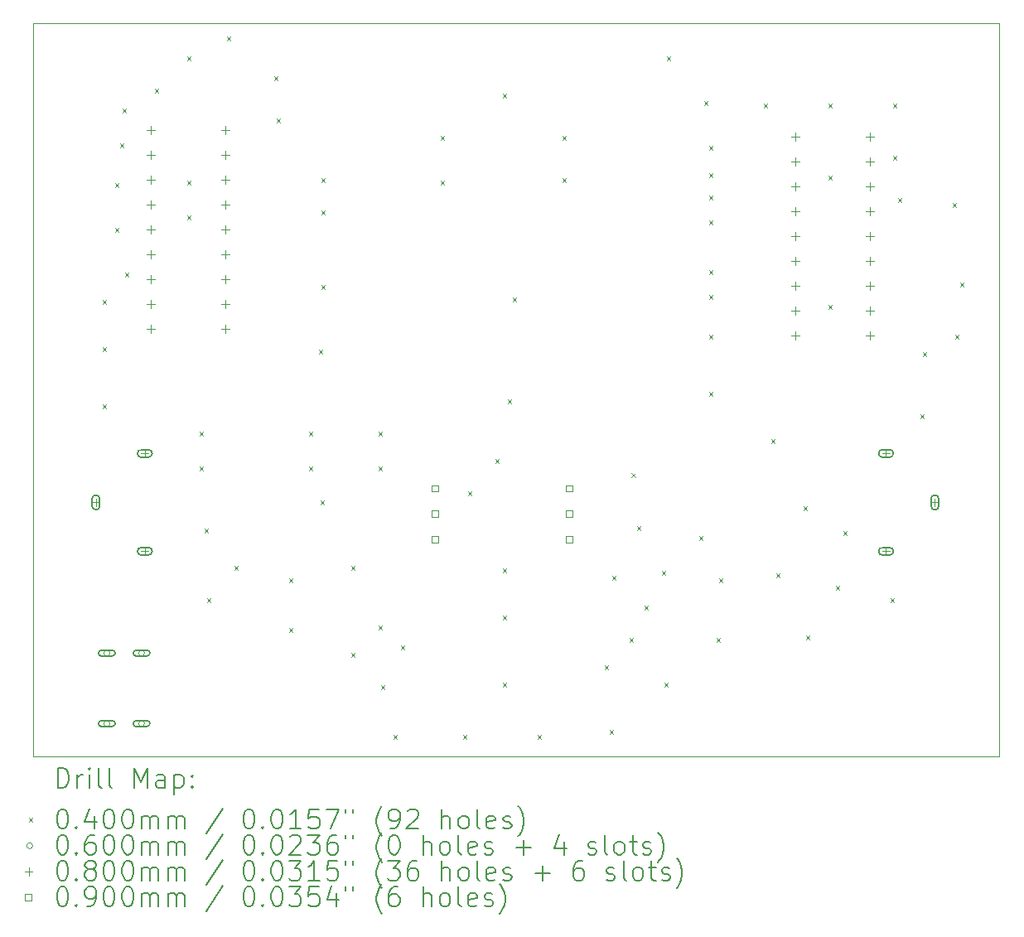
<source format=gbr>
%TF.GenerationSoftware,KiCad,Pcbnew,(6.0.7)*%
%TF.CreationDate,2022-07-31T23:49:35-04:00*%
%TF.ProjectId,VUmeter,56556d65-7465-4722-9e6b-696361645f70,rev?*%
%TF.SameCoordinates,Original*%
%TF.FileFunction,Drillmap*%
%TF.FilePolarity,Positive*%
%FSLAX45Y45*%
G04 Gerber Fmt 4.5, Leading zero omitted, Abs format (unit mm)*
G04 Created by KiCad (PCBNEW (6.0.7)) date 2022-07-31 23:49:35*
%MOMM*%
%LPD*%
G01*
G04 APERTURE LIST*
%ADD10C,0.100000*%
%ADD11C,0.200000*%
%ADD12C,0.040000*%
%ADD13C,0.060000*%
%ADD14C,0.080000*%
%ADD15C,0.090000*%
G04 APERTURE END LIST*
D10*
X22656700Y-15800000D02*
X12783700Y-15800000D01*
X12783700Y-15800000D02*
X12783700Y-8300000D01*
X12783700Y-8300000D02*
X22656700Y-8300000D01*
X22656700Y-8300000D02*
X22656700Y-15800000D01*
D11*
D12*
X13492800Y-11130600D02*
X13532800Y-11170600D01*
X13532800Y-11130600D02*
X13492800Y-11170600D01*
X13492800Y-11613200D02*
X13532800Y-11653200D01*
X13532800Y-11613200D02*
X13492800Y-11653200D01*
X13492800Y-12197400D02*
X13532800Y-12237400D01*
X13532800Y-12197400D02*
X13492800Y-12237400D01*
X13619800Y-9936800D02*
X13659800Y-9976800D01*
X13659800Y-9936800D02*
X13619800Y-9976800D01*
X13619800Y-10394000D02*
X13659800Y-10434000D01*
X13659800Y-10394000D02*
X13619800Y-10434000D01*
X13670600Y-9530400D02*
X13710600Y-9570400D01*
X13710600Y-9530400D02*
X13670600Y-9570400D01*
X13696000Y-9174800D02*
X13736000Y-9214800D01*
X13736000Y-9174800D02*
X13696000Y-9214800D01*
X13721400Y-10851200D02*
X13761400Y-10891200D01*
X13761400Y-10851200D02*
X13721400Y-10891200D01*
X14026200Y-8971600D02*
X14066200Y-9011600D01*
X14066200Y-8971600D02*
X14026200Y-9011600D01*
X14356400Y-8641400D02*
X14396400Y-8681400D01*
X14396400Y-8641400D02*
X14356400Y-8681400D01*
X14356400Y-9911400D02*
X14396400Y-9951400D01*
X14396400Y-9911400D02*
X14356400Y-9951400D01*
X14356400Y-10267000D02*
X14396400Y-10307000D01*
X14396400Y-10267000D02*
X14356400Y-10307000D01*
X14483400Y-12476800D02*
X14523400Y-12516800D01*
X14523400Y-12476800D02*
X14483400Y-12516800D01*
X14483400Y-12832400D02*
X14523400Y-12872400D01*
X14523400Y-12832400D02*
X14483400Y-12872400D01*
X14534200Y-13467400D02*
X14574200Y-13507400D01*
X14574200Y-13467400D02*
X14534200Y-13507400D01*
X14559600Y-14178600D02*
X14599600Y-14218600D01*
X14599600Y-14178600D02*
X14559600Y-14218600D01*
X14762800Y-8438200D02*
X14802800Y-8478200D01*
X14802800Y-8438200D02*
X14762800Y-8478200D01*
X14839000Y-13848400D02*
X14879000Y-13888400D01*
X14879000Y-13848400D02*
X14839000Y-13888400D01*
X15245400Y-8844600D02*
X15285400Y-8884600D01*
X15285400Y-8844600D02*
X15245400Y-8884600D01*
X15270800Y-9276400D02*
X15310800Y-9316400D01*
X15310800Y-9276400D02*
X15270800Y-9316400D01*
X15397800Y-13975400D02*
X15437800Y-14015400D01*
X15437800Y-13975400D02*
X15397800Y-14015400D01*
X15397800Y-14483400D02*
X15437800Y-14523400D01*
X15437800Y-14483400D02*
X15397800Y-14523400D01*
X15601000Y-12476800D02*
X15641000Y-12516800D01*
X15641000Y-12476800D02*
X15601000Y-12516800D01*
X15601000Y-12832400D02*
X15641000Y-12872400D01*
X15641000Y-12832400D02*
X15601000Y-12872400D01*
X15702600Y-11638600D02*
X15742600Y-11678600D01*
X15742600Y-11638600D02*
X15702600Y-11678600D01*
X15719580Y-13181210D02*
X15759580Y-13221210D01*
X15759580Y-13181210D02*
X15719580Y-13221210D01*
X15728000Y-9886000D02*
X15768000Y-9926000D01*
X15768000Y-9886000D02*
X15728000Y-9926000D01*
X15728000Y-10216200D02*
X15768000Y-10256200D01*
X15768000Y-10216200D02*
X15728000Y-10256200D01*
X15728000Y-10978200D02*
X15768000Y-11018200D01*
X15768000Y-10978200D02*
X15728000Y-11018200D01*
X16032800Y-13848400D02*
X16072800Y-13888400D01*
X16072800Y-13848400D02*
X16032800Y-13888400D01*
X16032800Y-14737400D02*
X16072800Y-14777400D01*
X16072800Y-14737400D02*
X16032800Y-14777400D01*
X16312200Y-12476800D02*
X16352200Y-12516800D01*
X16352200Y-12476800D02*
X16312200Y-12516800D01*
X16312200Y-12832400D02*
X16352200Y-12872400D01*
X16352200Y-12832400D02*
X16312200Y-12872400D01*
X16312200Y-14458000D02*
X16352200Y-14498000D01*
X16352200Y-14458000D02*
X16312200Y-14498000D01*
X16337600Y-15067600D02*
X16377600Y-15107600D01*
X16377600Y-15067600D02*
X16337600Y-15107600D01*
X16464600Y-15575600D02*
X16504600Y-15615600D01*
X16504600Y-15575600D02*
X16464600Y-15615600D01*
X16540800Y-14661200D02*
X16580800Y-14701200D01*
X16580800Y-14661200D02*
X16540800Y-14701200D01*
X16947200Y-9454200D02*
X16987200Y-9494200D01*
X16987200Y-9454200D02*
X16947200Y-9494200D01*
X16947200Y-9911400D02*
X16987200Y-9951400D01*
X16987200Y-9911400D02*
X16947200Y-9951400D01*
X17175800Y-15575600D02*
X17215800Y-15615600D01*
X17215800Y-15575600D02*
X17175800Y-15615600D01*
X17226600Y-13086400D02*
X17266600Y-13126400D01*
X17266600Y-13086400D02*
X17226600Y-13126400D01*
X17506000Y-12756200D02*
X17546000Y-12796200D01*
X17546000Y-12756200D02*
X17506000Y-12796200D01*
X17582200Y-9022400D02*
X17622200Y-9062400D01*
X17622200Y-9022400D02*
X17582200Y-9062400D01*
X17582200Y-13873800D02*
X17622200Y-13913800D01*
X17622200Y-13873800D02*
X17582200Y-13913800D01*
X17582200Y-14356400D02*
X17622200Y-14396400D01*
X17622200Y-14356400D02*
X17582200Y-14396400D01*
X17582200Y-15042200D02*
X17622200Y-15082200D01*
X17622200Y-15042200D02*
X17582200Y-15082200D01*
X17633000Y-12146600D02*
X17673000Y-12186600D01*
X17673000Y-12146600D02*
X17633000Y-12186600D01*
X17683800Y-11105200D02*
X17723800Y-11145200D01*
X17723800Y-11105200D02*
X17683800Y-11145200D01*
X17937800Y-15575600D02*
X17977800Y-15615600D01*
X17977800Y-15575600D02*
X17937800Y-15615600D01*
X18191800Y-9454200D02*
X18231800Y-9494200D01*
X18231800Y-9454200D02*
X18191800Y-9494200D01*
X18191800Y-9886000D02*
X18231800Y-9926000D01*
X18231800Y-9886000D02*
X18191800Y-9926000D01*
X18623600Y-14864400D02*
X18663600Y-14904400D01*
X18663600Y-14864400D02*
X18623600Y-14904400D01*
X18674400Y-15524800D02*
X18714400Y-15564800D01*
X18714400Y-15524800D02*
X18674400Y-15564800D01*
X18699800Y-13950000D02*
X18739800Y-13990000D01*
X18739800Y-13950000D02*
X18699800Y-13990000D01*
X18877600Y-14585000D02*
X18917600Y-14625000D01*
X18917600Y-14585000D02*
X18877600Y-14625000D01*
X18896300Y-12901900D02*
X18936300Y-12941900D01*
X18936300Y-12901900D02*
X18896300Y-12941900D01*
X18953800Y-13442000D02*
X18993800Y-13482000D01*
X18993800Y-13442000D02*
X18953800Y-13482000D01*
X19030000Y-14254800D02*
X19070000Y-14294800D01*
X19070000Y-14254800D02*
X19030000Y-14294800D01*
X19207800Y-13899200D02*
X19247800Y-13939200D01*
X19247800Y-13899200D02*
X19207800Y-13939200D01*
X19233200Y-15042200D02*
X19273200Y-15082200D01*
X19273200Y-15042200D02*
X19233200Y-15082200D01*
X19258600Y-8641400D02*
X19298600Y-8681400D01*
X19298600Y-8641400D02*
X19258600Y-8681400D01*
X19588800Y-13543600D02*
X19628800Y-13583600D01*
X19628800Y-13543600D02*
X19588800Y-13583600D01*
X19639600Y-9098600D02*
X19679600Y-9138600D01*
X19679600Y-9098600D02*
X19639600Y-9138600D01*
X19690400Y-9555800D02*
X19730400Y-9595800D01*
X19730400Y-9555800D02*
X19690400Y-9595800D01*
X19690400Y-9835200D02*
X19730400Y-9875200D01*
X19730400Y-9835200D02*
X19690400Y-9875200D01*
X19690400Y-10063800D02*
X19730400Y-10103800D01*
X19730400Y-10063800D02*
X19690400Y-10103800D01*
X19690400Y-10317800D02*
X19730400Y-10357800D01*
X19730400Y-10317800D02*
X19690400Y-10357800D01*
X19690400Y-10825800D02*
X19730400Y-10865800D01*
X19730400Y-10825800D02*
X19690400Y-10865800D01*
X19690400Y-11079800D02*
X19730400Y-11119800D01*
X19730400Y-11079800D02*
X19690400Y-11119800D01*
X19690400Y-11486200D02*
X19730400Y-11526200D01*
X19730400Y-11486200D02*
X19690400Y-11526200D01*
X19690400Y-12070400D02*
X19730400Y-12110400D01*
X19730400Y-12070400D02*
X19690400Y-12110400D01*
X19766600Y-14585000D02*
X19806600Y-14625000D01*
X19806600Y-14585000D02*
X19766600Y-14625000D01*
X19792000Y-13975400D02*
X19832000Y-14015400D01*
X19832000Y-13975400D02*
X19792000Y-14015400D01*
X20249200Y-9124000D02*
X20289200Y-9164000D01*
X20289200Y-9124000D02*
X20249200Y-9164000D01*
X20325400Y-12553000D02*
X20365400Y-12593000D01*
X20365400Y-12553000D02*
X20325400Y-12593000D01*
X20376200Y-13924600D02*
X20416200Y-13964600D01*
X20416200Y-13924600D02*
X20376200Y-13964600D01*
X20655600Y-13238800D02*
X20695600Y-13278800D01*
X20695600Y-13238800D02*
X20655600Y-13278800D01*
X20681000Y-14559600D02*
X20721000Y-14599600D01*
X20721000Y-14559600D02*
X20681000Y-14599600D01*
X20909600Y-9124000D02*
X20949600Y-9164000D01*
X20949600Y-9124000D02*
X20909600Y-9164000D01*
X20909600Y-9860600D02*
X20949600Y-9900600D01*
X20949600Y-9860600D02*
X20909600Y-9900600D01*
X20909600Y-11181400D02*
X20949600Y-11221400D01*
X20949600Y-11181400D02*
X20909600Y-11221400D01*
X20985800Y-14051600D02*
X21025800Y-14091600D01*
X21025800Y-14051600D02*
X20985800Y-14091600D01*
X21062000Y-13492800D02*
X21102000Y-13532800D01*
X21102000Y-13492800D02*
X21062000Y-13532800D01*
X21544600Y-14178600D02*
X21584600Y-14218600D01*
X21584600Y-14178600D02*
X21544600Y-14218600D01*
X21570000Y-9124000D02*
X21610000Y-9164000D01*
X21610000Y-9124000D02*
X21570000Y-9164000D01*
X21570000Y-9657400D02*
X21610000Y-9697400D01*
X21610000Y-9657400D02*
X21570000Y-9697400D01*
X21620800Y-10089200D02*
X21660800Y-10129200D01*
X21660800Y-10089200D02*
X21620800Y-10129200D01*
X21849400Y-12299000D02*
X21889400Y-12339000D01*
X21889400Y-12299000D02*
X21849400Y-12339000D01*
X21874800Y-11664000D02*
X21914800Y-11704000D01*
X21914800Y-11664000D02*
X21874800Y-11704000D01*
X22179600Y-10140000D02*
X22219600Y-10180000D01*
X22219600Y-10140000D02*
X22179600Y-10180000D01*
X22205000Y-11486200D02*
X22245000Y-11526200D01*
X22245000Y-11486200D02*
X22205000Y-11526200D01*
X22255800Y-10952800D02*
X22295800Y-10992800D01*
X22295800Y-10952800D02*
X22255800Y-10992800D01*
D13*
X13567500Y-14740000D02*
G75*
G03*
X13567500Y-14740000I-30000J0D01*
G01*
D11*
X13482500Y-14770000D02*
X13592500Y-14770000D01*
X13482500Y-14710000D02*
X13592500Y-14710000D01*
X13592500Y-14770000D02*
G75*
G03*
X13592500Y-14710000I0J30000D01*
G01*
X13482500Y-14710000D02*
G75*
G03*
X13482500Y-14770000I0J-30000D01*
G01*
D13*
X13567500Y-15460000D02*
G75*
G03*
X13567500Y-15460000I-30000J0D01*
G01*
D11*
X13482500Y-15490000D02*
X13592500Y-15490000D01*
X13482500Y-15430000D02*
X13592500Y-15430000D01*
X13592500Y-15490000D02*
G75*
G03*
X13592500Y-15430000I0J30000D01*
G01*
X13482500Y-15430000D02*
G75*
G03*
X13482500Y-15490000I0J-30000D01*
G01*
D13*
X13922500Y-14740000D02*
G75*
G03*
X13922500Y-14740000I-30000J0D01*
G01*
D11*
X13837500Y-14770000D02*
X13947500Y-14770000D01*
X13837500Y-14710000D02*
X13947500Y-14710000D01*
X13947500Y-14770000D02*
G75*
G03*
X13947500Y-14710000I0J30000D01*
G01*
X13837500Y-14710000D02*
G75*
G03*
X13837500Y-14770000I0J-30000D01*
G01*
D13*
X13922500Y-15460000D02*
G75*
G03*
X13922500Y-15460000I-30000J0D01*
G01*
D11*
X13837500Y-15490000D02*
X13947500Y-15490000D01*
X13837500Y-15430000D02*
X13947500Y-15430000D01*
X13947500Y-15490000D02*
G75*
G03*
X13947500Y-15430000I0J30000D01*
G01*
X13837500Y-15430000D02*
G75*
G03*
X13837500Y-15490000I0J-30000D01*
G01*
D14*
X13425000Y-13160000D02*
X13425000Y-13240000D01*
X13385000Y-13200000D02*
X13465000Y-13200000D01*
D11*
X13385000Y-13165000D02*
X13385000Y-13235000D01*
X13465000Y-13165000D02*
X13465000Y-13235000D01*
X13385000Y-13235000D02*
G75*
G03*
X13465000Y-13235000I40000J0D01*
G01*
X13465000Y-13165000D02*
G75*
G03*
X13385000Y-13165000I-40000J0D01*
G01*
D14*
X13925000Y-12660000D02*
X13925000Y-12740000D01*
X13885000Y-12700000D02*
X13965000Y-12700000D01*
D11*
X13890000Y-12740000D02*
X13960000Y-12740000D01*
X13890000Y-12660000D02*
X13960000Y-12660000D01*
X13960000Y-12740000D02*
G75*
G03*
X13960000Y-12660000I0J40000D01*
G01*
X13890000Y-12660000D02*
G75*
G03*
X13890000Y-12740000I0J-40000D01*
G01*
D14*
X13925000Y-13660000D02*
X13925000Y-13740000D01*
X13885000Y-13700000D02*
X13965000Y-13700000D01*
D11*
X13890000Y-13740000D02*
X13960000Y-13740000D01*
X13890000Y-13660000D02*
X13960000Y-13660000D01*
X13960000Y-13740000D02*
G75*
G03*
X13960000Y-13660000I0J40000D01*
G01*
X13890000Y-13660000D02*
G75*
G03*
X13890000Y-13740000I0J-40000D01*
G01*
D14*
X13985340Y-9357000D02*
X13985340Y-9437000D01*
X13945340Y-9397000D02*
X14025340Y-9397000D01*
X13985340Y-9611000D02*
X13985340Y-9691000D01*
X13945340Y-9651000D02*
X14025340Y-9651000D01*
X13985340Y-9865000D02*
X13985340Y-9945000D01*
X13945340Y-9905000D02*
X14025340Y-9905000D01*
X13985340Y-10119000D02*
X13985340Y-10199000D01*
X13945340Y-10159000D02*
X14025340Y-10159000D01*
X13985340Y-10373000D02*
X13985340Y-10453000D01*
X13945340Y-10413000D02*
X14025340Y-10413000D01*
X13985340Y-10627000D02*
X13985340Y-10707000D01*
X13945340Y-10667000D02*
X14025340Y-10667000D01*
X13985340Y-10881000D02*
X13985340Y-10961000D01*
X13945340Y-10921000D02*
X14025340Y-10921000D01*
X13985340Y-11135000D02*
X13985340Y-11215000D01*
X13945340Y-11175000D02*
X14025340Y-11175000D01*
X13985340Y-11389000D02*
X13985340Y-11469000D01*
X13945340Y-11429000D02*
X14025340Y-11429000D01*
X14747340Y-9357000D02*
X14747340Y-9437000D01*
X14707340Y-9397000D02*
X14787340Y-9397000D01*
X14747340Y-9611000D02*
X14747340Y-9691000D01*
X14707340Y-9651000D02*
X14787340Y-9651000D01*
X14747340Y-9865000D02*
X14747340Y-9945000D01*
X14707340Y-9905000D02*
X14787340Y-9905000D01*
X14747340Y-10119000D02*
X14747340Y-10199000D01*
X14707340Y-10159000D02*
X14787340Y-10159000D01*
X14747340Y-10373000D02*
X14747340Y-10453000D01*
X14707340Y-10413000D02*
X14787340Y-10413000D01*
X14747340Y-10627000D02*
X14747340Y-10707000D01*
X14707340Y-10667000D02*
X14787340Y-10667000D01*
X14747340Y-10881000D02*
X14747340Y-10961000D01*
X14707340Y-10921000D02*
X14787340Y-10921000D01*
X14747340Y-11135000D02*
X14747340Y-11215000D01*
X14707340Y-11175000D02*
X14787340Y-11175000D01*
X14747340Y-11389000D02*
X14747340Y-11469000D01*
X14707340Y-11429000D02*
X14787340Y-11429000D01*
X20572160Y-9423400D02*
X20572160Y-9503400D01*
X20532160Y-9463400D02*
X20612160Y-9463400D01*
X20572160Y-9677400D02*
X20572160Y-9757400D01*
X20532160Y-9717400D02*
X20612160Y-9717400D01*
X20572160Y-9931400D02*
X20572160Y-10011400D01*
X20532160Y-9971400D02*
X20612160Y-9971400D01*
X20572160Y-10185400D02*
X20572160Y-10265400D01*
X20532160Y-10225400D02*
X20612160Y-10225400D01*
X20572160Y-10439400D02*
X20572160Y-10519400D01*
X20532160Y-10479400D02*
X20612160Y-10479400D01*
X20572160Y-10693400D02*
X20572160Y-10773400D01*
X20532160Y-10733400D02*
X20612160Y-10733400D01*
X20572160Y-10947400D02*
X20572160Y-11027400D01*
X20532160Y-10987400D02*
X20612160Y-10987400D01*
X20572160Y-11201400D02*
X20572160Y-11281400D01*
X20532160Y-11241400D02*
X20612160Y-11241400D01*
X20572160Y-11455400D02*
X20572160Y-11535400D01*
X20532160Y-11495400D02*
X20612160Y-11495400D01*
X21334160Y-9423400D02*
X21334160Y-9503400D01*
X21294160Y-9463400D02*
X21374160Y-9463400D01*
X21334160Y-9677400D02*
X21334160Y-9757400D01*
X21294160Y-9717400D02*
X21374160Y-9717400D01*
X21334160Y-9931400D02*
X21334160Y-10011400D01*
X21294160Y-9971400D02*
X21374160Y-9971400D01*
X21334160Y-10185400D02*
X21334160Y-10265400D01*
X21294160Y-10225400D02*
X21374160Y-10225400D01*
X21334160Y-10439400D02*
X21334160Y-10519400D01*
X21294160Y-10479400D02*
X21374160Y-10479400D01*
X21334160Y-10693400D02*
X21334160Y-10773400D01*
X21294160Y-10733400D02*
X21374160Y-10733400D01*
X21334160Y-10947400D02*
X21334160Y-11027400D01*
X21294160Y-10987400D02*
X21374160Y-10987400D01*
X21334160Y-11201400D02*
X21334160Y-11281400D01*
X21294160Y-11241400D02*
X21374160Y-11241400D01*
X21334160Y-11455400D02*
X21334160Y-11535400D01*
X21294160Y-11495400D02*
X21374160Y-11495400D01*
X21500000Y-12660000D02*
X21500000Y-12740000D01*
X21460000Y-12700000D02*
X21540000Y-12700000D01*
D11*
X21535000Y-12660000D02*
X21465000Y-12660000D01*
X21535000Y-12740000D02*
X21465000Y-12740000D01*
X21465000Y-12660000D02*
G75*
G03*
X21465000Y-12740000I0J-40000D01*
G01*
X21535000Y-12740000D02*
G75*
G03*
X21535000Y-12660000I0J40000D01*
G01*
D14*
X21500000Y-13660000D02*
X21500000Y-13740000D01*
X21460000Y-13700000D02*
X21540000Y-13700000D01*
D11*
X21535000Y-13660000D02*
X21465000Y-13660000D01*
X21535000Y-13740000D02*
X21465000Y-13740000D01*
X21465000Y-13660000D02*
G75*
G03*
X21465000Y-13740000I0J-40000D01*
G01*
X21535000Y-13740000D02*
G75*
G03*
X21535000Y-13660000I0J40000D01*
G01*
D14*
X22000000Y-13160000D02*
X22000000Y-13240000D01*
X21960000Y-13200000D02*
X22040000Y-13200000D01*
D11*
X22040000Y-13235000D02*
X22040000Y-13165000D01*
X21960000Y-13235000D02*
X21960000Y-13165000D01*
X22040000Y-13165000D02*
G75*
G03*
X21960000Y-13165000I-40000J0D01*
G01*
X21960000Y-13235000D02*
G75*
G03*
X22040000Y-13235000I40000J0D01*
G01*
D15*
X16922820Y-13087420D02*
X16922820Y-13023780D01*
X16859180Y-13023780D01*
X16859180Y-13087420D01*
X16922820Y-13087420D01*
X16922820Y-13347420D02*
X16922820Y-13283780D01*
X16859180Y-13283780D01*
X16859180Y-13347420D01*
X16922820Y-13347420D01*
X16922820Y-13607420D02*
X16922820Y-13543780D01*
X16859180Y-13543780D01*
X16859180Y-13607420D01*
X16922820Y-13607420D01*
X18294420Y-13087420D02*
X18294420Y-13023780D01*
X18230780Y-13023780D01*
X18230780Y-13087420D01*
X18294420Y-13087420D01*
X18294420Y-13347420D02*
X18294420Y-13283780D01*
X18230780Y-13283780D01*
X18230780Y-13347420D01*
X18294420Y-13347420D01*
X18294420Y-13607420D02*
X18294420Y-13543780D01*
X18230780Y-13543780D01*
X18230780Y-13607420D01*
X18294420Y-13607420D01*
D11*
X13036319Y-16115476D02*
X13036319Y-15915476D01*
X13083938Y-15915476D01*
X13112509Y-15925000D01*
X13131557Y-15944048D01*
X13141081Y-15963095D01*
X13150605Y-16001190D01*
X13150605Y-16029762D01*
X13141081Y-16067857D01*
X13131557Y-16086905D01*
X13112509Y-16105952D01*
X13083938Y-16115476D01*
X13036319Y-16115476D01*
X13236319Y-16115476D02*
X13236319Y-15982143D01*
X13236319Y-16020238D02*
X13245843Y-16001190D01*
X13255367Y-15991667D01*
X13274414Y-15982143D01*
X13293462Y-15982143D01*
X13360128Y-16115476D02*
X13360128Y-15982143D01*
X13360128Y-15915476D02*
X13350605Y-15925000D01*
X13360128Y-15934524D01*
X13369652Y-15925000D01*
X13360128Y-15915476D01*
X13360128Y-15934524D01*
X13483938Y-16115476D02*
X13464890Y-16105952D01*
X13455367Y-16086905D01*
X13455367Y-15915476D01*
X13588700Y-16115476D02*
X13569652Y-16105952D01*
X13560128Y-16086905D01*
X13560128Y-15915476D01*
X13817271Y-16115476D02*
X13817271Y-15915476D01*
X13883938Y-16058333D01*
X13950605Y-15915476D01*
X13950605Y-16115476D01*
X14131557Y-16115476D02*
X14131557Y-16010714D01*
X14122033Y-15991667D01*
X14102986Y-15982143D01*
X14064890Y-15982143D01*
X14045843Y-15991667D01*
X14131557Y-16105952D02*
X14112509Y-16115476D01*
X14064890Y-16115476D01*
X14045843Y-16105952D01*
X14036319Y-16086905D01*
X14036319Y-16067857D01*
X14045843Y-16048809D01*
X14064890Y-16039286D01*
X14112509Y-16039286D01*
X14131557Y-16029762D01*
X14226795Y-15982143D02*
X14226795Y-16182143D01*
X14226795Y-15991667D02*
X14245843Y-15982143D01*
X14283938Y-15982143D01*
X14302986Y-15991667D01*
X14312509Y-16001190D01*
X14322033Y-16020238D01*
X14322033Y-16077381D01*
X14312509Y-16096428D01*
X14302986Y-16105952D01*
X14283938Y-16115476D01*
X14245843Y-16115476D01*
X14226795Y-16105952D01*
X14407748Y-16096428D02*
X14417271Y-16105952D01*
X14407748Y-16115476D01*
X14398224Y-16105952D01*
X14407748Y-16096428D01*
X14407748Y-16115476D01*
X14407748Y-15991667D02*
X14417271Y-16001190D01*
X14407748Y-16010714D01*
X14398224Y-16001190D01*
X14407748Y-15991667D01*
X14407748Y-16010714D01*
D12*
X12738700Y-16425000D02*
X12778700Y-16465000D01*
X12778700Y-16425000D02*
X12738700Y-16465000D01*
D11*
X13074414Y-16335476D02*
X13093462Y-16335476D01*
X13112509Y-16345000D01*
X13122033Y-16354524D01*
X13131557Y-16373571D01*
X13141081Y-16411667D01*
X13141081Y-16459286D01*
X13131557Y-16497381D01*
X13122033Y-16516428D01*
X13112509Y-16525952D01*
X13093462Y-16535476D01*
X13074414Y-16535476D01*
X13055367Y-16525952D01*
X13045843Y-16516428D01*
X13036319Y-16497381D01*
X13026795Y-16459286D01*
X13026795Y-16411667D01*
X13036319Y-16373571D01*
X13045843Y-16354524D01*
X13055367Y-16345000D01*
X13074414Y-16335476D01*
X13226795Y-16516428D02*
X13236319Y-16525952D01*
X13226795Y-16535476D01*
X13217271Y-16525952D01*
X13226795Y-16516428D01*
X13226795Y-16535476D01*
X13407748Y-16402143D02*
X13407748Y-16535476D01*
X13360128Y-16325952D02*
X13312509Y-16468809D01*
X13436319Y-16468809D01*
X13550605Y-16335476D02*
X13569652Y-16335476D01*
X13588700Y-16345000D01*
X13598224Y-16354524D01*
X13607748Y-16373571D01*
X13617271Y-16411667D01*
X13617271Y-16459286D01*
X13607748Y-16497381D01*
X13598224Y-16516428D01*
X13588700Y-16525952D01*
X13569652Y-16535476D01*
X13550605Y-16535476D01*
X13531557Y-16525952D01*
X13522033Y-16516428D01*
X13512509Y-16497381D01*
X13502986Y-16459286D01*
X13502986Y-16411667D01*
X13512509Y-16373571D01*
X13522033Y-16354524D01*
X13531557Y-16345000D01*
X13550605Y-16335476D01*
X13741081Y-16335476D02*
X13760128Y-16335476D01*
X13779176Y-16345000D01*
X13788700Y-16354524D01*
X13798224Y-16373571D01*
X13807748Y-16411667D01*
X13807748Y-16459286D01*
X13798224Y-16497381D01*
X13788700Y-16516428D01*
X13779176Y-16525952D01*
X13760128Y-16535476D01*
X13741081Y-16535476D01*
X13722033Y-16525952D01*
X13712509Y-16516428D01*
X13702986Y-16497381D01*
X13693462Y-16459286D01*
X13693462Y-16411667D01*
X13702986Y-16373571D01*
X13712509Y-16354524D01*
X13722033Y-16345000D01*
X13741081Y-16335476D01*
X13893462Y-16535476D02*
X13893462Y-16402143D01*
X13893462Y-16421190D02*
X13902986Y-16411667D01*
X13922033Y-16402143D01*
X13950605Y-16402143D01*
X13969652Y-16411667D01*
X13979176Y-16430714D01*
X13979176Y-16535476D01*
X13979176Y-16430714D02*
X13988700Y-16411667D01*
X14007748Y-16402143D01*
X14036319Y-16402143D01*
X14055367Y-16411667D01*
X14064890Y-16430714D01*
X14064890Y-16535476D01*
X14160128Y-16535476D02*
X14160128Y-16402143D01*
X14160128Y-16421190D02*
X14169652Y-16411667D01*
X14188700Y-16402143D01*
X14217271Y-16402143D01*
X14236319Y-16411667D01*
X14245843Y-16430714D01*
X14245843Y-16535476D01*
X14245843Y-16430714D02*
X14255367Y-16411667D01*
X14274414Y-16402143D01*
X14302986Y-16402143D01*
X14322033Y-16411667D01*
X14331557Y-16430714D01*
X14331557Y-16535476D01*
X14722033Y-16325952D02*
X14550605Y-16583095D01*
X14979176Y-16335476D02*
X14998224Y-16335476D01*
X15017271Y-16345000D01*
X15026795Y-16354524D01*
X15036319Y-16373571D01*
X15045843Y-16411667D01*
X15045843Y-16459286D01*
X15036319Y-16497381D01*
X15026795Y-16516428D01*
X15017271Y-16525952D01*
X14998224Y-16535476D01*
X14979176Y-16535476D01*
X14960128Y-16525952D01*
X14950605Y-16516428D01*
X14941081Y-16497381D01*
X14931557Y-16459286D01*
X14931557Y-16411667D01*
X14941081Y-16373571D01*
X14950605Y-16354524D01*
X14960128Y-16345000D01*
X14979176Y-16335476D01*
X15131557Y-16516428D02*
X15141081Y-16525952D01*
X15131557Y-16535476D01*
X15122033Y-16525952D01*
X15131557Y-16516428D01*
X15131557Y-16535476D01*
X15264890Y-16335476D02*
X15283938Y-16335476D01*
X15302986Y-16345000D01*
X15312509Y-16354524D01*
X15322033Y-16373571D01*
X15331557Y-16411667D01*
X15331557Y-16459286D01*
X15322033Y-16497381D01*
X15312509Y-16516428D01*
X15302986Y-16525952D01*
X15283938Y-16535476D01*
X15264890Y-16535476D01*
X15245843Y-16525952D01*
X15236319Y-16516428D01*
X15226795Y-16497381D01*
X15217271Y-16459286D01*
X15217271Y-16411667D01*
X15226795Y-16373571D01*
X15236319Y-16354524D01*
X15245843Y-16345000D01*
X15264890Y-16335476D01*
X15522033Y-16535476D02*
X15407748Y-16535476D01*
X15464890Y-16535476D02*
X15464890Y-16335476D01*
X15445843Y-16364048D01*
X15426795Y-16383095D01*
X15407748Y-16392619D01*
X15702986Y-16335476D02*
X15607748Y-16335476D01*
X15598224Y-16430714D01*
X15607748Y-16421190D01*
X15626795Y-16411667D01*
X15674414Y-16411667D01*
X15693462Y-16421190D01*
X15702986Y-16430714D01*
X15712509Y-16449762D01*
X15712509Y-16497381D01*
X15702986Y-16516428D01*
X15693462Y-16525952D01*
X15674414Y-16535476D01*
X15626795Y-16535476D01*
X15607748Y-16525952D01*
X15598224Y-16516428D01*
X15779176Y-16335476D02*
X15912509Y-16335476D01*
X15826795Y-16535476D01*
X15979176Y-16335476D02*
X15979176Y-16373571D01*
X16055367Y-16335476D02*
X16055367Y-16373571D01*
X16350605Y-16611667D02*
X16341081Y-16602143D01*
X16322033Y-16573571D01*
X16312509Y-16554524D01*
X16302986Y-16525952D01*
X16293462Y-16478333D01*
X16293462Y-16440238D01*
X16302986Y-16392619D01*
X16312509Y-16364048D01*
X16322033Y-16345000D01*
X16341081Y-16316428D01*
X16350605Y-16306905D01*
X16436319Y-16535476D02*
X16474414Y-16535476D01*
X16493462Y-16525952D01*
X16502986Y-16516428D01*
X16522033Y-16487857D01*
X16531557Y-16449762D01*
X16531557Y-16373571D01*
X16522033Y-16354524D01*
X16512509Y-16345000D01*
X16493462Y-16335476D01*
X16455367Y-16335476D01*
X16436319Y-16345000D01*
X16426795Y-16354524D01*
X16417271Y-16373571D01*
X16417271Y-16421190D01*
X16426795Y-16440238D01*
X16436319Y-16449762D01*
X16455367Y-16459286D01*
X16493462Y-16459286D01*
X16512509Y-16449762D01*
X16522033Y-16440238D01*
X16531557Y-16421190D01*
X16607748Y-16354524D02*
X16617271Y-16345000D01*
X16636319Y-16335476D01*
X16683938Y-16335476D01*
X16702986Y-16345000D01*
X16712509Y-16354524D01*
X16722033Y-16373571D01*
X16722033Y-16392619D01*
X16712509Y-16421190D01*
X16598224Y-16535476D01*
X16722033Y-16535476D01*
X16960129Y-16535476D02*
X16960129Y-16335476D01*
X17045843Y-16535476D02*
X17045843Y-16430714D01*
X17036319Y-16411667D01*
X17017271Y-16402143D01*
X16988700Y-16402143D01*
X16969652Y-16411667D01*
X16960129Y-16421190D01*
X17169652Y-16535476D02*
X17150605Y-16525952D01*
X17141081Y-16516428D01*
X17131557Y-16497381D01*
X17131557Y-16440238D01*
X17141081Y-16421190D01*
X17150605Y-16411667D01*
X17169652Y-16402143D01*
X17198224Y-16402143D01*
X17217271Y-16411667D01*
X17226795Y-16421190D01*
X17236319Y-16440238D01*
X17236319Y-16497381D01*
X17226795Y-16516428D01*
X17217271Y-16525952D01*
X17198224Y-16535476D01*
X17169652Y-16535476D01*
X17350605Y-16535476D02*
X17331557Y-16525952D01*
X17322033Y-16506905D01*
X17322033Y-16335476D01*
X17502986Y-16525952D02*
X17483938Y-16535476D01*
X17445843Y-16535476D01*
X17426795Y-16525952D01*
X17417271Y-16506905D01*
X17417271Y-16430714D01*
X17426795Y-16411667D01*
X17445843Y-16402143D01*
X17483938Y-16402143D01*
X17502986Y-16411667D01*
X17512510Y-16430714D01*
X17512510Y-16449762D01*
X17417271Y-16468809D01*
X17588700Y-16525952D02*
X17607748Y-16535476D01*
X17645843Y-16535476D01*
X17664890Y-16525952D01*
X17674414Y-16506905D01*
X17674414Y-16497381D01*
X17664890Y-16478333D01*
X17645843Y-16468809D01*
X17617271Y-16468809D01*
X17598224Y-16459286D01*
X17588700Y-16440238D01*
X17588700Y-16430714D01*
X17598224Y-16411667D01*
X17617271Y-16402143D01*
X17645843Y-16402143D01*
X17664890Y-16411667D01*
X17741081Y-16611667D02*
X17750605Y-16602143D01*
X17769652Y-16573571D01*
X17779176Y-16554524D01*
X17788700Y-16525952D01*
X17798224Y-16478333D01*
X17798224Y-16440238D01*
X17788700Y-16392619D01*
X17779176Y-16364048D01*
X17769652Y-16345000D01*
X17750605Y-16316428D01*
X17741081Y-16306905D01*
D13*
X12778700Y-16709000D02*
G75*
G03*
X12778700Y-16709000I-30000J0D01*
G01*
D11*
X13074414Y-16599476D02*
X13093462Y-16599476D01*
X13112509Y-16609000D01*
X13122033Y-16618524D01*
X13131557Y-16637571D01*
X13141081Y-16675667D01*
X13141081Y-16723286D01*
X13131557Y-16761381D01*
X13122033Y-16780429D01*
X13112509Y-16789952D01*
X13093462Y-16799476D01*
X13074414Y-16799476D01*
X13055367Y-16789952D01*
X13045843Y-16780429D01*
X13036319Y-16761381D01*
X13026795Y-16723286D01*
X13026795Y-16675667D01*
X13036319Y-16637571D01*
X13045843Y-16618524D01*
X13055367Y-16609000D01*
X13074414Y-16599476D01*
X13226795Y-16780429D02*
X13236319Y-16789952D01*
X13226795Y-16799476D01*
X13217271Y-16789952D01*
X13226795Y-16780429D01*
X13226795Y-16799476D01*
X13407748Y-16599476D02*
X13369652Y-16599476D01*
X13350605Y-16609000D01*
X13341081Y-16618524D01*
X13322033Y-16647095D01*
X13312509Y-16685190D01*
X13312509Y-16761381D01*
X13322033Y-16780429D01*
X13331557Y-16789952D01*
X13350605Y-16799476D01*
X13388700Y-16799476D01*
X13407748Y-16789952D01*
X13417271Y-16780429D01*
X13426795Y-16761381D01*
X13426795Y-16713762D01*
X13417271Y-16694714D01*
X13407748Y-16685190D01*
X13388700Y-16675667D01*
X13350605Y-16675667D01*
X13331557Y-16685190D01*
X13322033Y-16694714D01*
X13312509Y-16713762D01*
X13550605Y-16599476D02*
X13569652Y-16599476D01*
X13588700Y-16609000D01*
X13598224Y-16618524D01*
X13607748Y-16637571D01*
X13617271Y-16675667D01*
X13617271Y-16723286D01*
X13607748Y-16761381D01*
X13598224Y-16780429D01*
X13588700Y-16789952D01*
X13569652Y-16799476D01*
X13550605Y-16799476D01*
X13531557Y-16789952D01*
X13522033Y-16780429D01*
X13512509Y-16761381D01*
X13502986Y-16723286D01*
X13502986Y-16675667D01*
X13512509Y-16637571D01*
X13522033Y-16618524D01*
X13531557Y-16609000D01*
X13550605Y-16599476D01*
X13741081Y-16599476D02*
X13760128Y-16599476D01*
X13779176Y-16609000D01*
X13788700Y-16618524D01*
X13798224Y-16637571D01*
X13807748Y-16675667D01*
X13807748Y-16723286D01*
X13798224Y-16761381D01*
X13788700Y-16780429D01*
X13779176Y-16789952D01*
X13760128Y-16799476D01*
X13741081Y-16799476D01*
X13722033Y-16789952D01*
X13712509Y-16780429D01*
X13702986Y-16761381D01*
X13693462Y-16723286D01*
X13693462Y-16675667D01*
X13702986Y-16637571D01*
X13712509Y-16618524D01*
X13722033Y-16609000D01*
X13741081Y-16599476D01*
X13893462Y-16799476D02*
X13893462Y-16666143D01*
X13893462Y-16685190D02*
X13902986Y-16675667D01*
X13922033Y-16666143D01*
X13950605Y-16666143D01*
X13969652Y-16675667D01*
X13979176Y-16694714D01*
X13979176Y-16799476D01*
X13979176Y-16694714D02*
X13988700Y-16675667D01*
X14007748Y-16666143D01*
X14036319Y-16666143D01*
X14055367Y-16675667D01*
X14064890Y-16694714D01*
X14064890Y-16799476D01*
X14160128Y-16799476D02*
X14160128Y-16666143D01*
X14160128Y-16685190D02*
X14169652Y-16675667D01*
X14188700Y-16666143D01*
X14217271Y-16666143D01*
X14236319Y-16675667D01*
X14245843Y-16694714D01*
X14245843Y-16799476D01*
X14245843Y-16694714D02*
X14255367Y-16675667D01*
X14274414Y-16666143D01*
X14302986Y-16666143D01*
X14322033Y-16675667D01*
X14331557Y-16694714D01*
X14331557Y-16799476D01*
X14722033Y-16589952D02*
X14550605Y-16847095D01*
X14979176Y-16599476D02*
X14998224Y-16599476D01*
X15017271Y-16609000D01*
X15026795Y-16618524D01*
X15036319Y-16637571D01*
X15045843Y-16675667D01*
X15045843Y-16723286D01*
X15036319Y-16761381D01*
X15026795Y-16780429D01*
X15017271Y-16789952D01*
X14998224Y-16799476D01*
X14979176Y-16799476D01*
X14960128Y-16789952D01*
X14950605Y-16780429D01*
X14941081Y-16761381D01*
X14931557Y-16723286D01*
X14931557Y-16675667D01*
X14941081Y-16637571D01*
X14950605Y-16618524D01*
X14960128Y-16609000D01*
X14979176Y-16599476D01*
X15131557Y-16780429D02*
X15141081Y-16789952D01*
X15131557Y-16799476D01*
X15122033Y-16789952D01*
X15131557Y-16780429D01*
X15131557Y-16799476D01*
X15264890Y-16599476D02*
X15283938Y-16599476D01*
X15302986Y-16609000D01*
X15312509Y-16618524D01*
X15322033Y-16637571D01*
X15331557Y-16675667D01*
X15331557Y-16723286D01*
X15322033Y-16761381D01*
X15312509Y-16780429D01*
X15302986Y-16789952D01*
X15283938Y-16799476D01*
X15264890Y-16799476D01*
X15245843Y-16789952D01*
X15236319Y-16780429D01*
X15226795Y-16761381D01*
X15217271Y-16723286D01*
X15217271Y-16675667D01*
X15226795Y-16637571D01*
X15236319Y-16618524D01*
X15245843Y-16609000D01*
X15264890Y-16599476D01*
X15407748Y-16618524D02*
X15417271Y-16609000D01*
X15436319Y-16599476D01*
X15483938Y-16599476D01*
X15502986Y-16609000D01*
X15512509Y-16618524D01*
X15522033Y-16637571D01*
X15522033Y-16656619D01*
X15512509Y-16685190D01*
X15398224Y-16799476D01*
X15522033Y-16799476D01*
X15588700Y-16599476D02*
X15712509Y-16599476D01*
X15645843Y-16675667D01*
X15674414Y-16675667D01*
X15693462Y-16685190D01*
X15702986Y-16694714D01*
X15712509Y-16713762D01*
X15712509Y-16761381D01*
X15702986Y-16780429D01*
X15693462Y-16789952D01*
X15674414Y-16799476D01*
X15617271Y-16799476D01*
X15598224Y-16789952D01*
X15588700Y-16780429D01*
X15883938Y-16599476D02*
X15845843Y-16599476D01*
X15826795Y-16609000D01*
X15817271Y-16618524D01*
X15798224Y-16647095D01*
X15788700Y-16685190D01*
X15788700Y-16761381D01*
X15798224Y-16780429D01*
X15807748Y-16789952D01*
X15826795Y-16799476D01*
X15864890Y-16799476D01*
X15883938Y-16789952D01*
X15893462Y-16780429D01*
X15902986Y-16761381D01*
X15902986Y-16713762D01*
X15893462Y-16694714D01*
X15883938Y-16685190D01*
X15864890Y-16675667D01*
X15826795Y-16675667D01*
X15807748Y-16685190D01*
X15798224Y-16694714D01*
X15788700Y-16713762D01*
X15979176Y-16599476D02*
X15979176Y-16637571D01*
X16055367Y-16599476D02*
X16055367Y-16637571D01*
X16350605Y-16875667D02*
X16341081Y-16866143D01*
X16322033Y-16837571D01*
X16312509Y-16818524D01*
X16302986Y-16789952D01*
X16293462Y-16742333D01*
X16293462Y-16704238D01*
X16302986Y-16656619D01*
X16312509Y-16628048D01*
X16322033Y-16609000D01*
X16341081Y-16580428D01*
X16350605Y-16570905D01*
X16464890Y-16599476D02*
X16483938Y-16599476D01*
X16502986Y-16609000D01*
X16512509Y-16618524D01*
X16522033Y-16637571D01*
X16531557Y-16675667D01*
X16531557Y-16723286D01*
X16522033Y-16761381D01*
X16512509Y-16780429D01*
X16502986Y-16789952D01*
X16483938Y-16799476D01*
X16464890Y-16799476D01*
X16445843Y-16789952D01*
X16436319Y-16780429D01*
X16426795Y-16761381D01*
X16417271Y-16723286D01*
X16417271Y-16675667D01*
X16426795Y-16637571D01*
X16436319Y-16618524D01*
X16445843Y-16609000D01*
X16464890Y-16599476D01*
X16769652Y-16799476D02*
X16769652Y-16599476D01*
X16855367Y-16799476D02*
X16855367Y-16694714D01*
X16845843Y-16675667D01*
X16826795Y-16666143D01*
X16798224Y-16666143D01*
X16779176Y-16675667D01*
X16769652Y-16685190D01*
X16979176Y-16799476D02*
X16960129Y-16789952D01*
X16950605Y-16780429D01*
X16941081Y-16761381D01*
X16941081Y-16704238D01*
X16950605Y-16685190D01*
X16960129Y-16675667D01*
X16979176Y-16666143D01*
X17007748Y-16666143D01*
X17026795Y-16675667D01*
X17036319Y-16685190D01*
X17045843Y-16704238D01*
X17045843Y-16761381D01*
X17036319Y-16780429D01*
X17026795Y-16789952D01*
X17007748Y-16799476D01*
X16979176Y-16799476D01*
X17160129Y-16799476D02*
X17141081Y-16789952D01*
X17131557Y-16770905D01*
X17131557Y-16599476D01*
X17312510Y-16789952D02*
X17293462Y-16799476D01*
X17255367Y-16799476D01*
X17236319Y-16789952D01*
X17226795Y-16770905D01*
X17226795Y-16694714D01*
X17236319Y-16675667D01*
X17255367Y-16666143D01*
X17293462Y-16666143D01*
X17312510Y-16675667D01*
X17322033Y-16694714D01*
X17322033Y-16713762D01*
X17226795Y-16732809D01*
X17398224Y-16789952D02*
X17417271Y-16799476D01*
X17455367Y-16799476D01*
X17474414Y-16789952D01*
X17483938Y-16770905D01*
X17483938Y-16761381D01*
X17474414Y-16742333D01*
X17455367Y-16732809D01*
X17426795Y-16732809D01*
X17407748Y-16723286D01*
X17398224Y-16704238D01*
X17398224Y-16694714D01*
X17407748Y-16675667D01*
X17426795Y-16666143D01*
X17455367Y-16666143D01*
X17474414Y-16675667D01*
X17722033Y-16723286D02*
X17874414Y-16723286D01*
X17798224Y-16799476D02*
X17798224Y-16647095D01*
X18207748Y-16666143D02*
X18207748Y-16799476D01*
X18160129Y-16589952D02*
X18112510Y-16732809D01*
X18236319Y-16732809D01*
X18455367Y-16789952D02*
X18474414Y-16799476D01*
X18512510Y-16799476D01*
X18531557Y-16789952D01*
X18541081Y-16770905D01*
X18541081Y-16761381D01*
X18531557Y-16742333D01*
X18512510Y-16732809D01*
X18483938Y-16732809D01*
X18464890Y-16723286D01*
X18455367Y-16704238D01*
X18455367Y-16694714D01*
X18464890Y-16675667D01*
X18483938Y-16666143D01*
X18512510Y-16666143D01*
X18531557Y-16675667D01*
X18655367Y-16799476D02*
X18636319Y-16789952D01*
X18626795Y-16770905D01*
X18626795Y-16599476D01*
X18760129Y-16799476D02*
X18741081Y-16789952D01*
X18731557Y-16780429D01*
X18722033Y-16761381D01*
X18722033Y-16704238D01*
X18731557Y-16685190D01*
X18741081Y-16675667D01*
X18760129Y-16666143D01*
X18788700Y-16666143D01*
X18807748Y-16675667D01*
X18817271Y-16685190D01*
X18826795Y-16704238D01*
X18826795Y-16761381D01*
X18817271Y-16780429D01*
X18807748Y-16789952D01*
X18788700Y-16799476D01*
X18760129Y-16799476D01*
X18883938Y-16666143D02*
X18960129Y-16666143D01*
X18912510Y-16599476D02*
X18912510Y-16770905D01*
X18922033Y-16789952D01*
X18941081Y-16799476D01*
X18960129Y-16799476D01*
X19017271Y-16789952D02*
X19036319Y-16799476D01*
X19074414Y-16799476D01*
X19093462Y-16789952D01*
X19102986Y-16770905D01*
X19102986Y-16761381D01*
X19093462Y-16742333D01*
X19074414Y-16732809D01*
X19045843Y-16732809D01*
X19026795Y-16723286D01*
X19017271Y-16704238D01*
X19017271Y-16694714D01*
X19026795Y-16675667D01*
X19045843Y-16666143D01*
X19074414Y-16666143D01*
X19093462Y-16675667D01*
X19169652Y-16875667D02*
X19179176Y-16866143D01*
X19198224Y-16837571D01*
X19207748Y-16818524D01*
X19217271Y-16789952D01*
X19226795Y-16742333D01*
X19226795Y-16704238D01*
X19217271Y-16656619D01*
X19207748Y-16628048D01*
X19198224Y-16609000D01*
X19179176Y-16580428D01*
X19169652Y-16570905D01*
D14*
X12738700Y-16933000D02*
X12738700Y-17013000D01*
X12698700Y-16973000D02*
X12778700Y-16973000D01*
D11*
X13074414Y-16863476D02*
X13093462Y-16863476D01*
X13112509Y-16873000D01*
X13122033Y-16882524D01*
X13131557Y-16901571D01*
X13141081Y-16939667D01*
X13141081Y-16987286D01*
X13131557Y-17025381D01*
X13122033Y-17044429D01*
X13112509Y-17053952D01*
X13093462Y-17063476D01*
X13074414Y-17063476D01*
X13055367Y-17053952D01*
X13045843Y-17044429D01*
X13036319Y-17025381D01*
X13026795Y-16987286D01*
X13026795Y-16939667D01*
X13036319Y-16901571D01*
X13045843Y-16882524D01*
X13055367Y-16873000D01*
X13074414Y-16863476D01*
X13226795Y-17044429D02*
X13236319Y-17053952D01*
X13226795Y-17063476D01*
X13217271Y-17053952D01*
X13226795Y-17044429D01*
X13226795Y-17063476D01*
X13350605Y-16949190D02*
X13331557Y-16939667D01*
X13322033Y-16930143D01*
X13312509Y-16911095D01*
X13312509Y-16901571D01*
X13322033Y-16882524D01*
X13331557Y-16873000D01*
X13350605Y-16863476D01*
X13388700Y-16863476D01*
X13407748Y-16873000D01*
X13417271Y-16882524D01*
X13426795Y-16901571D01*
X13426795Y-16911095D01*
X13417271Y-16930143D01*
X13407748Y-16939667D01*
X13388700Y-16949190D01*
X13350605Y-16949190D01*
X13331557Y-16958714D01*
X13322033Y-16968238D01*
X13312509Y-16987286D01*
X13312509Y-17025381D01*
X13322033Y-17044429D01*
X13331557Y-17053952D01*
X13350605Y-17063476D01*
X13388700Y-17063476D01*
X13407748Y-17053952D01*
X13417271Y-17044429D01*
X13426795Y-17025381D01*
X13426795Y-16987286D01*
X13417271Y-16968238D01*
X13407748Y-16958714D01*
X13388700Y-16949190D01*
X13550605Y-16863476D02*
X13569652Y-16863476D01*
X13588700Y-16873000D01*
X13598224Y-16882524D01*
X13607748Y-16901571D01*
X13617271Y-16939667D01*
X13617271Y-16987286D01*
X13607748Y-17025381D01*
X13598224Y-17044429D01*
X13588700Y-17053952D01*
X13569652Y-17063476D01*
X13550605Y-17063476D01*
X13531557Y-17053952D01*
X13522033Y-17044429D01*
X13512509Y-17025381D01*
X13502986Y-16987286D01*
X13502986Y-16939667D01*
X13512509Y-16901571D01*
X13522033Y-16882524D01*
X13531557Y-16873000D01*
X13550605Y-16863476D01*
X13741081Y-16863476D02*
X13760128Y-16863476D01*
X13779176Y-16873000D01*
X13788700Y-16882524D01*
X13798224Y-16901571D01*
X13807748Y-16939667D01*
X13807748Y-16987286D01*
X13798224Y-17025381D01*
X13788700Y-17044429D01*
X13779176Y-17053952D01*
X13760128Y-17063476D01*
X13741081Y-17063476D01*
X13722033Y-17053952D01*
X13712509Y-17044429D01*
X13702986Y-17025381D01*
X13693462Y-16987286D01*
X13693462Y-16939667D01*
X13702986Y-16901571D01*
X13712509Y-16882524D01*
X13722033Y-16873000D01*
X13741081Y-16863476D01*
X13893462Y-17063476D02*
X13893462Y-16930143D01*
X13893462Y-16949190D02*
X13902986Y-16939667D01*
X13922033Y-16930143D01*
X13950605Y-16930143D01*
X13969652Y-16939667D01*
X13979176Y-16958714D01*
X13979176Y-17063476D01*
X13979176Y-16958714D02*
X13988700Y-16939667D01*
X14007748Y-16930143D01*
X14036319Y-16930143D01*
X14055367Y-16939667D01*
X14064890Y-16958714D01*
X14064890Y-17063476D01*
X14160128Y-17063476D02*
X14160128Y-16930143D01*
X14160128Y-16949190D02*
X14169652Y-16939667D01*
X14188700Y-16930143D01*
X14217271Y-16930143D01*
X14236319Y-16939667D01*
X14245843Y-16958714D01*
X14245843Y-17063476D01*
X14245843Y-16958714D02*
X14255367Y-16939667D01*
X14274414Y-16930143D01*
X14302986Y-16930143D01*
X14322033Y-16939667D01*
X14331557Y-16958714D01*
X14331557Y-17063476D01*
X14722033Y-16853952D02*
X14550605Y-17111095D01*
X14979176Y-16863476D02*
X14998224Y-16863476D01*
X15017271Y-16873000D01*
X15026795Y-16882524D01*
X15036319Y-16901571D01*
X15045843Y-16939667D01*
X15045843Y-16987286D01*
X15036319Y-17025381D01*
X15026795Y-17044429D01*
X15017271Y-17053952D01*
X14998224Y-17063476D01*
X14979176Y-17063476D01*
X14960128Y-17053952D01*
X14950605Y-17044429D01*
X14941081Y-17025381D01*
X14931557Y-16987286D01*
X14931557Y-16939667D01*
X14941081Y-16901571D01*
X14950605Y-16882524D01*
X14960128Y-16873000D01*
X14979176Y-16863476D01*
X15131557Y-17044429D02*
X15141081Y-17053952D01*
X15131557Y-17063476D01*
X15122033Y-17053952D01*
X15131557Y-17044429D01*
X15131557Y-17063476D01*
X15264890Y-16863476D02*
X15283938Y-16863476D01*
X15302986Y-16873000D01*
X15312509Y-16882524D01*
X15322033Y-16901571D01*
X15331557Y-16939667D01*
X15331557Y-16987286D01*
X15322033Y-17025381D01*
X15312509Y-17044429D01*
X15302986Y-17053952D01*
X15283938Y-17063476D01*
X15264890Y-17063476D01*
X15245843Y-17053952D01*
X15236319Y-17044429D01*
X15226795Y-17025381D01*
X15217271Y-16987286D01*
X15217271Y-16939667D01*
X15226795Y-16901571D01*
X15236319Y-16882524D01*
X15245843Y-16873000D01*
X15264890Y-16863476D01*
X15398224Y-16863476D02*
X15522033Y-16863476D01*
X15455367Y-16939667D01*
X15483938Y-16939667D01*
X15502986Y-16949190D01*
X15512509Y-16958714D01*
X15522033Y-16977762D01*
X15522033Y-17025381D01*
X15512509Y-17044429D01*
X15502986Y-17053952D01*
X15483938Y-17063476D01*
X15426795Y-17063476D01*
X15407748Y-17053952D01*
X15398224Y-17044429D01*
X15712509Y-17063476D02*
X15598224Y-17063476D01*
X15655367Y-17063476D02*
X15655367Y-16863476D01*
X15636319Y-16892048D01*
X15617271Y-16911095D01*
X15598224Y-16920619D01*
X15893462Y-16863476D02*
X15798224Y-16863476D01*
X15788700Y-16958714D01*
X15798224Y-16949190D01*
X15817271Y-16939667D01*
X15864890Y-16939667D01*
X15883938Y-16949190D01*
X15893462Y-16958714D01*
X15902986Y-16977762D01*
X15902986Y-17025381D01*
X15893462Y-17044429D01*
X15883938Y-17053952D01*
X15864890Y-17063476D01*
X15817271Y-17063476D01*
X15798224Y-17053952D01*
X15788700Y-17044429D01*
X15979176Y-16863476D02*
X15979176Y-16901571D01*
X16055367Y-16863476D02*
X16055367Y-16901571D01*
X16350605Y-17139667D02*
X16341081Y-17130143D01*
X16322033Y-17101571D01*
X16312509Y-17082524D01*
X16302986Y-17053952D01*
X16293462Y-17006333D01*
X16293462Y-16968238D01*
X16302986Y-16920619D01*
X16312509Y-16892048D01*
X16322033Y-16873000D01*
X16341081Y-16844429D01*
X16350605Y-16834905D01*
X16407748Y-16863476D02*
X16531557Y-16863476D01*
X16464890Y-16939667D01*
X16493462Y-16939667D01*
X16512509Y-16949190D01*
X16522033Y-16958714D01*
X16531557Y-16977762D01*
X16531557Y-17025381D01*
X16522033Y-17044429D01*
X16512509Y-17053952D01*
X16493462Y-17063476D01*
X16436319Y-17063476D01*
X16417271Y-17053952D01*
X16407748Y-17044429D01*
X16702986Y-16863476D02*
X16664890Y-16863476D01*
X16645843Y-16873000D01*
X16636319Y-16882524D01*
X16617271Y-16911095D01*
X16607748Y-16949190D01*
X16607748Y-17025381D01*
X16617271Y-17044429D01*
X16626795Y-17053952D01*
X16645843Y-17063476D01*
X16683938Y-17063476D01*
X16702986Y-17053952D01*
X16712509Y-17044429D01*
X16722033Y-17025381D01*
X16722033Y-16977762D01*
X16712509Y-16958714D01*
X16702986Y-16949190D01*
X16683938Y-16939667D01*
X16645843Y-16939667D01*
X16626795Y-16949190D01*
X16617271Y-16958714D01*
X16607748Y-16977762D01*
X16960129Y-17063476D02*
X16960129Y-16863476D01*
X17045843Y-17063476D02*
X17045843Y-16958714D01*
X17036319Y-16939667D01*
X17017271Y-16930143D01*
X16988700Y-16930143D01*
X16969652Y-16939667D01*
X16960129Y-16949190D01*
X17169652Y-17063476D02*
X17150605Y-17053952D01*
X17141081Y-17044429D01*
X17131557Y-17025381D01*
X17131557Y-16968238D01*
X17141081Y-16949190D01*
X17150605Y-16939667D01*
X17169652Y-16930143D01*
X17198224Y-16930143D01*
X17217271Y-16939667D01*
X17226795Y-16949190D01*
X17236319Y-16968238D01*
X17236319Y-17025381D01*
X17226795Y-17044429D01*
X17217271Y-17053952D01*
X17198224Y-17063476D01*
X17169652Y-17063476D01*
X17350605Y-17063476D02*
X17331557Y-17053952D01*
X17322033Y-17034905D01*
X17322033Y-16863476D01*
X17502986Y-17053952D02*
X17483938Y-17063476D01*
X17445843Y-17063476D01*
X17426795Y-17053952D01*
X17417271Y-17034905D01*
X17417271Y-16958714D01*
X17426795Y-16939667D01*
X17445843Y-16930143D01*
X17483938Y-16930143D01*
X17502986Y-16939667D01*
X17512510Y-16958714D01*
X17512510Y-16977762D01*
X17417271Y-16996810D01*
X17588700Y-17053952D02*
X17607748Y-17063476D01*
X17645843Y-17063476D01*
X17664890Y-17053952D01*
X17674414Y-17034905D01*
X17674414Y-17025381D01*
X17664890Y-17006333D01*
X17645843Y-16996810D01*
X17617271Y-16996810D01*
X17598224Y-16987286D01*
X17588700Y-16968238D01*
X17588700Y-16958714D01*
X17598224Y-16939667D01*
X17617271Y-16930143D01*
X17645843Y-16930143D01*
X17664890Y-16939667D01*
X17912510Y-16987286D02*
X18064890Y-16987286D01*
X17988700Y-17063476D02*
X17988700Y-16911095D01*
X18398224Y-16863476D02*
X18360129Y-16863476D01*
X18341081Y-16873000D01*
X18331557Y-16882524D01*
X18312510Y-16911095D01*
X18302986Y-16949190D01*
X18302986Y-17025381D01*
X18312510Y-17044429D01*
X18322033Y-17053952D01*
X18341081Y-17063476D01*
X18379176Y-17063476D01*
X18398224Y-17053952D01*
X18407748Y-17044429D01*
X18417271Y-17025381D01*
X18417271Y-16977762D01*
X18407748Y-16958714D01*
X18398224Y-16949190D01*
X18379176Y-16939667D01*
X18341081Y-16939667D01*
X18322033Y-16949190D01*
X18312510Y-16958714D01*
X18302986Y-16977762D01*
X18645843Y-17053952D02*
X18664890Y-17063476D01*
X18702986Y-17063476D01*
X18722033Y-17053952D01*
X18731557Y-17034905D01*
X18731557Y-17025381D01*
X18722033Y-17006333D01*
X18702986Y-16996810D01*
X18674414Y-16996810D01*
X18655367Y-16987286D01*
X18645843Y-16968238D01*
X18645843Y-16958714D01*
X18655367Y-16939667D01*
X18674414Y-16930143D01*
X18702986Y-16930143D01*
X18722033Y-16939667D01*
X18845843Y-17063476D02*
X18826795Y-17053952D01*
X18817271Y-17034905D01*
X18817271Y-16863476D01*
X18950605Y-17063476D02*
X18931557Y-17053952D01*
X18922033Y-17044429D01*
X18912510Y-17025381D01*
X18912510Y-16968238D01*
X18922033Y-16949190D01*
X18931557Y-16939667D01*
X18950605Y-16930143D01*
X18979176Y-16930143D01*
X18998224Y-16939667D01*
X19007748Y-16949190D01*
X19017271Y-16968238D01*
X19017271Y-17025381D01*
X19007748Y-17044429D01*
X18998224Y-17053952D01*
X18979176Y-17063476D01*
X18950605Y-17063476D01*
X19074414Y-16930143D02*
X19150605Y-16930143D01*
X19102986Y-16863476D02*
X19102986Y-17034905D01*
X19112510Y-17053952D01*
X19131557Y-17063476D01*
X19150605Y-17063476D01*
X19207748Y-17053952D02*
X19226795Y-17063476D01*
X19264890Y-17063476D01*
X19283938Y-17053952D01*
X19293462Y-17034905D01*
X19293462Y-17025381D01*
X19283938Y-17006333D01*
X19264890Y-16996810D01*
X19236319Y-16996810D01*
X19217271Y-16987286D01*
X19207748Y-16968238D01*
X19207748Y-16958714D01*
X19217271Y-16939667D01*
X19236319Y-16930143D01*
X19264890Y-16930143D01*
X19283938Y-16939667D01*
X19360129Y-17139667D02*
X19369652Y-17130143D01*
X19388700Y-17101571D01*
X19398224Y-17082524D01*
X19407748Y-17053952D01*
X19417271Y-17006333D01*
X19417271Y-16968238D01*
X19407748Y-16920619D01*
X19398224Y-16892048D01*
X19388700Y-16873000D01*
X19369652Y-16844429D01*
X19360129Y-16834905D01*
D15*
X12765520Y-17268820D02*
X12765520Y-17205180D01*
X12701880Y-17205180D01*
X12701880Y-17268820D01*
X12765520Y-17268820D01*
D11*
X13074414Y-17127476D02*
X13093462Y-17127476D01*
X13112509Y-17137000D01*
X13122033Y-17146524D01*
X13131557Y-17165571D01*
X13141081Y-17203667D01*
X13141081Y-17251286D01*
X13131557Y-17289381D01*
X13122033Y-17308429D01*
X13112509Y-17317952D01*
X13093462Y-17327476D01*
X13074414Y-17327476D01*
X13055367Y-17317952D01*
X13045843Y-17308429D01*
X13036319Y-17289381D01*
X13026795Y-17251286D01*
X13026795Y-17203667D01*
X13036319Y-17165571D01*
X13045843Y-17146524D01*
X13055367Y-17137000D01*
X13074414Y-17127476D01*
X13226795Y-17308429D02*
X13236319Y-17317952D01*
X13226795Y-17327476D01*
X13217271Y-17317952D01*
X13226795Y-17308429D01*
X13226795Y-17327476D01*
X13331557Y-17327476D02*
X13369652Y-17327476D01*
X13388700Y-17317952D01*
X13398224Y-17308429D01*
X13417271Y-17279857D01*
X13426795Y-17241762D01*
X13426795Y-17165571D01*
X13417271Y-17146524D01*
X13407748Y-17137000D01*
X13388700Y-17127476D01*
X13350605Y-17127476D01*
X13331557Y-17137000D01*
X13322033Y-17146524D01*
X13312509Y-17165571D01*
X13312509Y-17213190D01*
X13322033Y-17232238D01*
X13331557Y-17241762D01*
X13350605Y-17251286D01*
X13388700Y-17251286D01*
X13407748Y-17241762D01*
X13417271Y-17232238D01*
X13426795Y-17213190D01*
X13550605Y-17127476D02*
X13569652Y-17127476D01*
X13588700Y-17137000D01*
X13598224Y-17146524D01*
X13607748Y-17165571D01*
X13617271Y-17203667D01*
X13617271Y-17251286D01*
X13607748Y-17289381D01*
X13598224Y-17308429D01*
X13588700Y-17317952D01*
X13569652Y-17327476D01*
X13550605Y-17327476D01*
X13531557Y-17317952D01*
X13522033Y-17308429D01*
X13512509Y-17289381D01*
X13502986Y-17251286D01*
X13502986Y-17203667D01*
X13512509Y-17165571D01*
X13522033Y-17146524D01*
X13531557Y-17137000D01*
X13550605Y-17127476D01*
X13741081Y-17127476D02*
X13760128Y-17127476D01*
X13779176Y-17137000D01*
X13788700Y-17146524D01*
X13798224Y-17165571D01*
X13807748Y-17203667D01*
X13807748Y-17251286D01*
X13798224Y-17289381D01*
X13788700Y-17308429D01*
X13779176Y-17317952D01*
X13760128Y-17327476D01*
X13741081Y-17327476D01*
X13722033Y-17317952D01*
X13712509Y-17308429D01*
X13702986Y-17289381D01*
X13693462Y-17251286D01*
X13693462Y-17203667D01*
X13702986Y-17165571D01*
X13712509Y-17146524D01*
X13722033Y-17137000D01*
X13741081Y-17127476D01*
X13893462Y-17327476D02*
X13893462Y-17194143D01*
X13893462Y-17213190D02*
X13902986Y-17203667D01*
X13922033Y-17194143D01*
X13950605Y-17194143D01*
X13969652Y-17203667D01*
X13979176Y-17222714D01*
X13979176Y-17327476D01*
X13979176Y-17222714D02*
X13988700Y-17203667D01*
X14007748Y-17194143D01*
X14036319Y-17194143D01*
X14055367Y-17203667D01*
X14064890Y-17222714D01*
X14064890Y-17327476D01*
X14160128Y-17327476D02*
X14160128Y-17194143D01*
X14160128Y-17213190D02*
X14169652Y-17203667D01*
X14188700Y-17194143D01*
X14217271Y-17194143D01*
X14236319Y-17203667D01*
X14245843Y-17222714D01*
X14245843Y-17327476D01*
X14245843Y-17222714D02*
X14255367Y-17203667D01*
X14274414Y-17194143D01*
X14302986Y-17194143D01*
X14322033Y-17203667D01*
X14331557Y-17222714D01*
X14331557Y-17327476D01*
X14722033Y-17117952D02*
X14550605Y-17375095D01*
X14979176Y-17127476D02*
X14998224Y-17127476D01*
X15017271Y-17137000D01*
X15026795Y-17146524D01*
X15036319Y-17165571D01*
X15045843Y-17203667D01*
X15045843Y-17251286D01*
X15036319Y-17289381D01*
X15026795Y-17308429D01*
X15017271Y-17317952D01*
X14998224Y-17327476D01*
X14979176Y-17327476D01*
X14960128Y-17317952D01*
X14950605Y-17308429D01*
X14941081Y-17289381D01*
X14931557Y-17251286D01*
X14931557Y-17203667D01*
X14941081Y-17165571D01*
X14950605Y-17146524D01*
X14960128Y-17137000D01*
X14979176Y-17127476D01*
X15131557Y-17308429D02*
X15141081Y-17317952D01*
X15131557Y-17327476D01*
X15122033Y-17317952D01*
X15131557Y-17308429D01*
X15131557Y-17327476D01*
X15264890Y-17127476D02*
X15283938Y-17127476D01*
X15302986Y-17137000D01*
X15312509Y-17146524D01*
X15322033Y-17165571D01*
X15331557Y-17203667D01*
X15331557Y-17251286D01*
X15322033Y-17289381D01*
X15312509Y-17308429D01*
X15302986Y-17317952D01*
X15283938Y-17327476D01*
X15264890Y-17327476D01*
X15245843Y-17317952D01*
X15236319Y-17308429D01*
X15226795Y-17289381D01*
X15217271Y-17251286D01*
X15217271Y-17203667D01*
X15226795Y-17165571D01*
X15236319Y-17146524D01*
X15245843Y-17137000D01*
X15264890Y-17127476D01*
X15398224Y-17127476D02*
X15522033Y-17127476D01*
X15455367Y-17203667D01*
X15483938Y-17203667D01*
X15502986Y-17213190D01*
X15512509Y-17222714D01*
X15522033Y-17241762D01*
X15522033Y-17289381D01*
X15512509Y-17308429D01*
X15502986Y-17317952D01*
X15483938Y-17327476D01*
X15426795Y-17327476D01*
X15407748Y-17317952D01*
X15398224Y-17308429D01*
X15702986Y-17127476D02*
X15607748Y-17127476D01*
X15598224Y-17222714D01*
X15607748Y-17213190D01*
X15626795Y-17203667D01*
X15674414Y-17203667D01*
X15693462Y-17213190D01*
X15702986Y-17222714D01*
X15712509Y-17241762D01*
X15712509Y-17289381D01*
X15702986Y-17308429D01*
X15693462Y-17317952D01*
X15674414Y-17327476D01*
X15626795Y-17327476D01*
X15607748Y-17317952D01*
X15598224Y-17308429D01*
X15883938Y-17194143D02*
X15883938Y-17327476D01*
X15836319Y-17117952D02*
X15788700Y-17260810D01*
X15912509Y-17260810D01*
X15979176Y-17127476D02*
X15979176Y-17165571D01*
X16055367Y-17127476D02*
X16055367Y-17165571D01*
X16350605Y-17403667D02*
X16341081Y-17394143D01*
X16322033Y-17365571D01*
X16312509Y-17346524D01*
X16302986Y-17317952D01*
X16293462Y-17270333D01*
X16293462Y-17232238D01*
X16302986Y-17184619D01*
X16312509Y-17156048D01*
X16322033Y-17137000D01*
X16341081Y-17108429D01*
X16350605Y-17098905D01*
X16512509Y-17127476D02*
X16474414Y-17127476D01*
X16455367Y-17137000D01*
X16445843Y-17146524D01*
X16426795Y-17175095D01*
X16417271Y-17213190D01*
X16417271Y-17289381D01*
X16426795Y-17308429D01*
X16436319Y-17317952D01*
X16455367Y-17327476D01*
X16493462Y-17327476D01*
X16512509Y-17317952D01*
X16522033Y-17308429D01*
X16531557Y-17289381D01*
X16531557Y-17241762D01*
X16522033Y-17222714D01*
X16512509Y-17213190D01*
X16493462Y-17203667D01*
X16455367Y-17203667D01*
X16436319Y-17213190D01*
X16426795Y-17222714D01*
X16417271Y-17241762D01*
X16769652Y-17327476D02*
X16769652Y-17127476D01*
X16855367Y-17327476D02*
X16855367Y-17222714D01*
X16845843Y-17203667D01*
X16826795Y-17194143D01*
X16798224Y-17194143D01*
X16779176Y-17203667D01*
X16769652Y-17213190D01*
X16979176Y-17327476D02*
X16960129Y-17317952D01*
X16950605Y-17308429D01*
X16941081Y-17289381D01*
X16941081Y-17232238D01*
X16950605Y-17213190D01*
X16960129Y-17203667D01*
X16979176Y-17194143D01*
X17007748Y-17194143D01*
X17026795Y-17203667D01*
X17036319Y-17213190D01*
X17045843Y-17232238D01*
X17045843Y-17289381D01*
X17036319Y-17308429D01*
X17026795Y-17317952D01*
X17007748Y-17327476D01*
X16979176Y-17327476D01*
X17160129Y-17327476D02*
X17141081Y-17317952D01*
X17131557Y-17298905D01*
X17131557Y-17127476D01*
X17312510Y-17317952D02*
X17293462Y-17327476D01*
X17255367Y-17327476D01*
X17236319Y-17317952D01*
X17226795Y-17298905D01*
X17226795Y-17222714D01*
X17236319Y-17203667D01*
X17255367Y-17194143D01*
X17293462Y-17194143D01*
X17312510Y-17203667D01*
X17322033Y-17222714D01*
X17322033Y-17241762D01*
X17226795Y-17260810D01*
X17398224Y-17317952D02*
X17417271Y-17327476D01*
X17455367Y-17327476D01*
X17474414Y-17317952D01*
X17483938Y-17298905D01*
X17483938Y-17289381D01*
X17474414Y-17270333D01*
X17455367Y-17260810D01*
X17426795Y-17260810D01*
X17407748Y-17251286D01*
X17398224Y-17232238D01*
X17398224Y-17222714D01*
X17407748Y-17203667D01*
X17426795Y-17194143D01*
X17455367Y-17194143D01*
X17474414Y-17203667D01*
X17550605Y-17403667D02*
X17560129Y-17394143D01*
X17579176Y-17365571D01*
X17588700Y-17346524D01*
X17598224Y-17317952D01*
X17607748Y-17270333D01*
X17607748Y-17232238D01*
X17598224Y-17184619D01*
X17588700Y-17156048D01*
X17579176Y-17137000D01*
X17560129Y-17108429D01*
X17550605Y-17098905D01*
M02*

</source>
